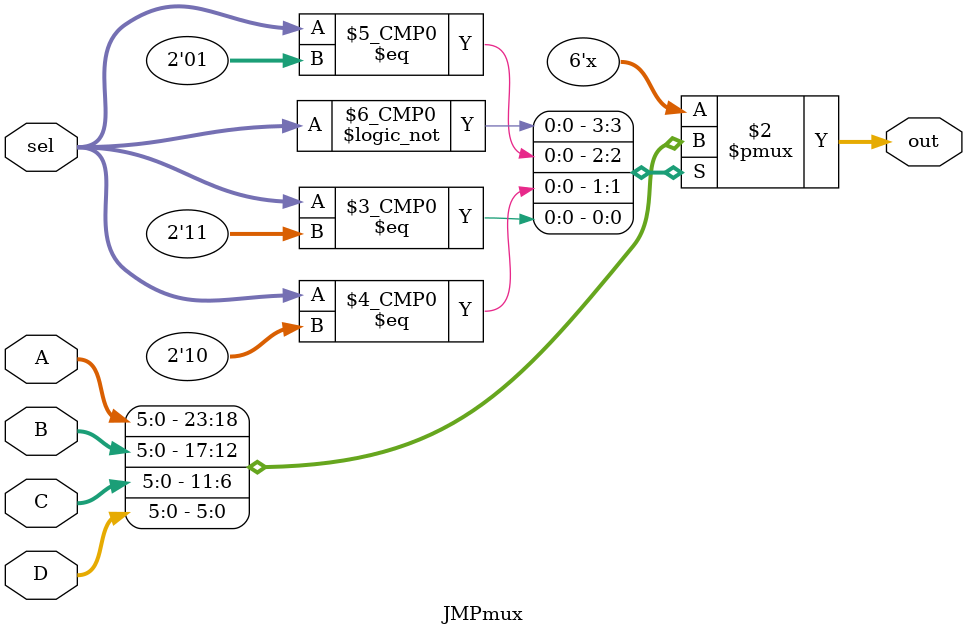
<source format=v>
module JMPmux (A, B, C, D, sel, out);
	input [5:0] A, B, C, D;
	input [1:0] sel;
	output reg [5:0] out;
	
	always @ (*)
	case (sel)
		2'b00: out <= A;
		2'b01: out <= B;
		2'b10: out <= C;
		2'b11: out <= D;
		default: out <= 2'bxx;
	endcase

endmodule

</source>
